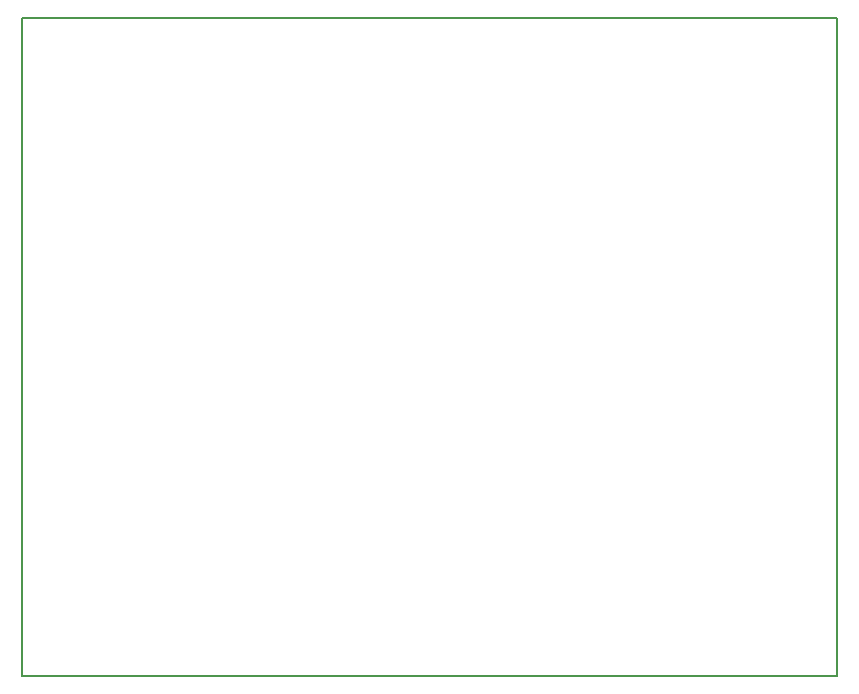
<source format=gm1>
G04 MADE WITH FRITZING*
G04 WWW.FRITZING.ORG*
G04 DOUBLE SIDED*
G04 HOLES PLATED*
G04 CONTOUR ON CENTER OF CONTOUR VECTOR*
%ASAXBY*%
%FSLAX23Y23*%
%MOIN*%
%OFA0B0*%
%SFA1.0B1.0*%
%ADD10R,2.726430X2.202820*%
%ADD11C,0.008000*%
%ADD10C,0.008*%
%LNCONTOUR*%
G90*
G70*
G54D10*
G54D11*
X4Y2199D02*
X2722Y2199D01*
X2722Y4D01*
X4Y4D01*
X4Y2199D01*
D02*
G04 End of contour*
M02*
</source>
